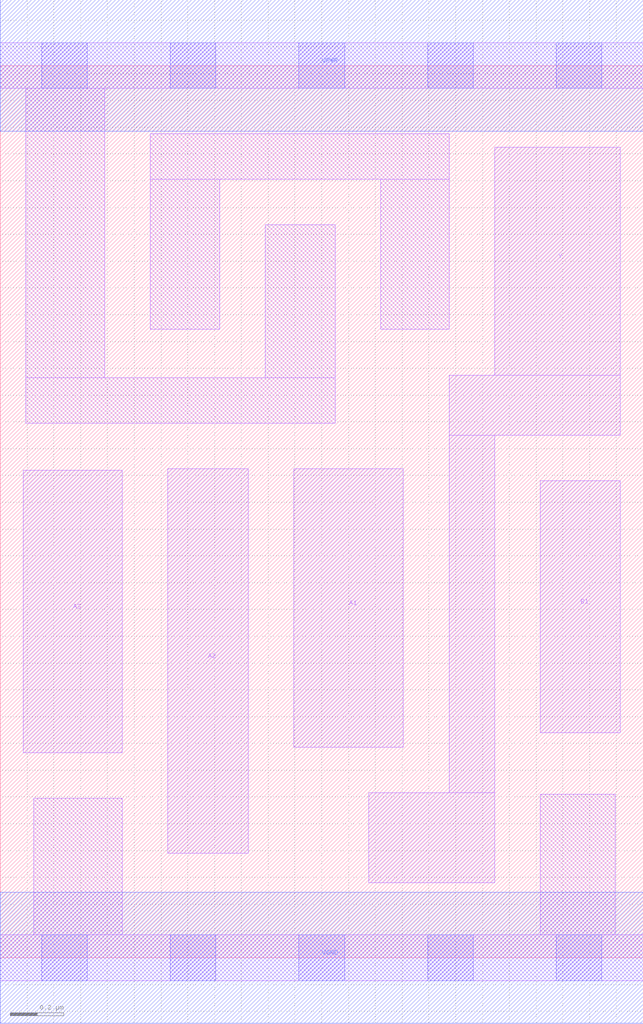
<source format=lef>
# Copyright 2020 The SkyWater PDK Authors
#
# Licensed under the Apache License, Version 2.0 (the "License");
# you may not use this file except in compliance with the License.
# You may obtain a copy of the License at
#
#     https://www.apache.org/licenses/LICENSE-2.0
#
# Unless required by applicable law or agreed to in writing, software
# distributed under the License is distributed on an "AS IS" BASIS,
# WITHOUT WARRANTIES OR CONDITIONS OF ANY KIND, either express or implied.
# See the License for the specific language governing permissions and
# limitations under the License.
#
# SPDX-License-Identifier: Apache-2.0

VERSION 5.7 ;
  NOWIREEXTENSIONATPIN ON ;
  DIVIDERCHAR "/" ;
  BUSBITCHARS "[]" ;
UNITS
  DATABASE MICRONS 200 ;
END UNITS
MACRO sky130_fd_sc_lp__a31oi_0
  CLASS CORE ;
  FOREIGN sky130_fd_sc_lp__a31oi_0 ;
  ORIGIN  0.000000  0.000000 ;
  SIZE  2.400000 BY  3.330000 ;
  SYMMETRY X Y R90 ;
  SITE unit ;
  PIN A1
    ANTENNAGATEAREA  0.159000 ;
    DIRECTION INPUT ;
    USE SIGNAL ;
    PORT
      LAYER li1 ;
        RECT 1.095000 0.785000 1.505000 1.825000 ;
    END
  END A1
  PIN A2
    ANTENNAGATEAREA  0.159000 ;
    DIRECTION INPUT ;
    USE SIGNAL ;
    PORT
      LAYER li1 ;
        RECT 0.625000 0.390000 0.925000 1.825000 ;
    END
  END A2
  PIN A3
    ANTENNAGATEAREA  0.159000 ;
    DIRECTION INPUT ;
    USE SIGNAL ;
    PORT
      LAYER li1 ;
        RECT 0.085000 0.765000 0.455000 1.820000 ;
    END
  END A3
  PIN B1
    ANTENNAGATEAREA  0.159000 ;
    DIRECTION INPUT ;
    USE SIGNAL ;
    PORT
      LAYER li1 ;
        RECT 2.015000 0.840000 2.315000 1.780000 ;
    END
  END B1
  PIN Y
    ANTENNADIFFAREA  0.346000 ;
    DIRECTION OUTPUT ;
    USE SIGNAL ;
    PORT
      LAYER li1 ;
        RECT 1.375000 0.280000 1.845000 0.615000 ;
        RECT 1.675000 0.615000 1.845000 1.950000 ;
        RECT 1.675000 1.950000 2.315000 2.175000 ;
        RECT 1.845000 2.175000 2.315000 3.025000 ;
    END
  END Y
  PIN VGND
    DIRECTION INOUT ;
    USE GROUND ;
    PORT
      LAYER met1 ;
        RECT 0.000000 -0.245000 2.400000 0.245000 ;
    END
  END VGND
  PIN VPWR
    DIRECTION INOUT ;
    USE POWER ;
    PORT
      LAYER met1 ;
        RECT 0.000000 3.085000 2.400000 3.575000 ;
    END
  END VPWR
  OBS
    LAYER li1 ;
      RECT 0.000000 -0.085000 2.400000 0.085000 ;
      RECT 0.000000  3.245000 2.400000 3.415000 ;
      RECT 0.095000  1.995000 1.250000 2.165000 ;
      RECT 0.095000  2.165000 0.390000 3.245000 ;
      RECT 0.125000  0.085000 0.455000 0.595000 ;
      RECT 0.560000  2.345000 0.820000 2.905000 ;
      RECT 0.560000  2.905000 1.675000 3.075000 ;
      RECT 0.990000  2.165000 1.250000 2.735000 ;
      RECT 1.420000  2.345000 1.675000 2.905000 ;
      RECT 2.015000  0.085000 2.295000 0.610000 ;
    LAYER mcon ;
      RECT 0.155000 -0.085000 0.325000 0.085000 ;
      RECT 0.155000  3.245000 0.325000 3.415000 ;
      RECT 0.635000 -0.085000 0.805000 0.085000 ;
      RECT 0.635000  3.245000 0.805000 3.415000 ;
      RECT 1.115000 -0.085000 1.285000 0.085000 ;
      RECT 1.115000  3.245000 1.285000 3.415000 ;
      RECT 1.595000 -0.085000 1.765000 0.085000 ;
      RECT 1.595000  3.245000 1.765000 3.415000 ;
      RECT 2.075000 -0.085000 2.245000 0.085000 ;
      RECT 2.075000  3.245000 2.245000 3.415000 ;
  END
END sky130_fd_sc_lp__a31oi_0
END LIBRARY

</source>
